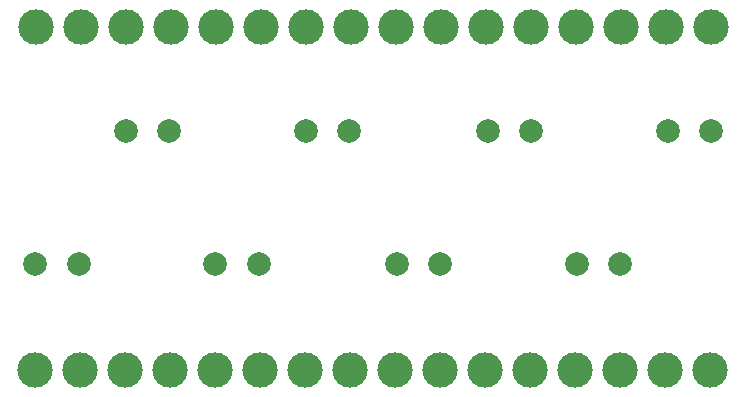
<source format=gbr>
%TF.GenerationSoftware,KiCad,Pcbnew,(5.1.9)-1*%
%TF.CreationDate,2021-10-12T17:07:07+02:00*%
%TF.ProjectId,SolenoidInterconnect,536f6c65-6e6f-4696-9449-6e746572636f,rev?*%
%TF.SameCoordinates,Original*%
%TF.FileFunction,Copper,L2,Bot*%
%TF.FilePolarity,Positive*%
%FSLAX46Y46*%
G04 Gerber Fmt 4.6, Leading zero omitted, Abs format (unit mm)*
G04 Created by KiCad (PCBNEW (5.1.9)-1) date 2021-10-12 17:07:07*
%MOMM*%
%LPD*%
G01*
G04 APERTURE LIST*
%TA.AperFunction,ComponentPad*%
%ADD10C,2.000000*%
%TD*%
%TA.AperFunction,ComponentPad*%
%ADD11C,3.000000*%
%TD*%
G04 APERTURE END LIST*
D10*
%TO.P,J1,1*%
%TO.N,/S1_1*%
X102779000Y-101979001D03*
%TO.P,J1,2*%
%TO.N,/S1_2*%
X106429005Y-101979001D03*
%TD*%
%TO.P,J2,2*%
%TO.N,/S2_2*%
X114061005Y-90709001D03*
%TO.P,J2,1*%
%TO.N,/S2_1*%
X110411000Y-90709001D03*
%TD*%
%TO.P,J3,1*%
%TO.N,/S3_1*%
X118019000Y-101979001D03*
%TO.P,J3,2*%
%TO.N,/S3_2*%
X121669005Y-101979001D03*
%TD*%
%TO.P,J4,2*%
%TO.N,/S4_2*%
X129301005Y-90709001D03*
%TO.P,J4,1*%
%TO.N,/S4_1*%
X125651000Y-90709001D03*
%TD*%
%TO.P,J6,1*%
%TO.N,/S5_1*%
X133418995Y-101979001D03*
%TO.P,J6,2*%
%TO.N,/S5_2*%
X137069000Y-101979001D03*
%TD*%
D11*
%TO.P,J7,1*%
%TO.N,/S1_1*%
X102779000Y-110949000D03*
%TO.P,J7,2*%
%TO.N,/S1_2*%
X106589000Y-110949000D03*
%TO.P,J7,3*%
%TO.N,/S2_1*%
X110399001Y-110949000D03*
%TO.P,J7,4*%
%TO.N,/S2_2*%
X114209001Y-110949000D03*
%TO.P,J7,5*%
%TO.N,/S3_1*%
X118019000Y-110949000D03*
%TO.P,J7,6*%
%TO.N,/S3_2*%
X121829000Y-110949000D03*
%TO.P,J7,7*%
%TO.N,/S4_1*%
X125638999Y-110949000D03*
%TO.P,J7,8*%
%TO.N,/S4_2*%
X129449000Y-110949000D03*
%TO.P,J7,9*%
%TO.N,/S5_1*%
X133258999Y-110949000D03*
%TO.P,J7,10*%
%TO.N,/S5_2*%
X137069000Y-110949000D03*
%TO.P,J7,11*%
%TO.N,/S6_1*%
X140878999Y-110949000D03*
%TO.P,J7,12*%
%TO.N,/S6_2*%
X144689000Y-110949000D03*
%TO.P,J7,13*%
%TO.N,/S7_1*%
X148499000Y-110949000D03*
%TO.P,J7,14*%
%TO.N,/S7_2*%
X152309000Y-110949000D03*
%TO.P,J7,15*%
%TO.N,/S8_1*%
X156119000Y-110949000D03*
%TO.P,J7,16*%
%TO.N,/S8_2*%
X159929000Y-110949000D03*
%TD*%
D10*
%TO.P,J8,2*%
%TO.N,/S6_2*%
X144701000Y-90709001D03*
%TO.P,J8,1*%
%TO.N,/S6_1*%
X141050995Y-90709001D03*
%TD*%
%TO.P,J9,1*%
%TO.N,/S7_1*%
X148658995Y-101979001D03*
%TO.P,J9,2*%
%TO.N,/S7_2*%
X152309000Y-101979001D03*
%TD*%
%TO.P,J10,2*%
%TO.N,/S8_2*%
X159941000Y-90709001D03*
%TO.P,J10,1*%
%TO.N,/S8_1*%
X156290995Y-90709001D03*
%TD*%
D11*
%TO.P,J5,1*%
%TO.N,/S8_2*%
X159941000Y-81921000D03*
%TO.P,J5,2*%
%TO.N,/S8_1*%
X156131000Y-81921000D03*
%TO.P,J5,3*%
%TO.N,/S7_2*%
X152320999Y-81921000D03*
%TO.P,J5,4*%
%TO.N,/S7_1*%
X148510999Y-81921000D03*
%TO.P,J5,5*%
%TO.N,/S6_2*%
X144701000Y-81921000D03*
%TO.P,J5,6*%
%TO.N,/S6_1*%
X140891000Y-81921000D03*
%TO.P,J5,7*%
%TO.N,/S5_2*%
X137081001Y-81921000D03*
%TO.P,J5,8*%
%TO.N,/S5_1*%
X133271000Y-81921000D03*
%TO.P,J5,9*%
%TO.N,/S4_2*%
X129461001Y-81921000D03*
%TO.P,J5,10*%
%TO.N,/S4_1*%
X125651000Y-81921000D03*
%TO.P,J5,11*%
%TO.N,/S3_2*%
X121841001Y-81921000D03*
%TO.P,J5,12*%
%TO.N,/S3_1*%
X118031000Y-81921000D03*
%TO.P,J5,13*%
%TO.N,/S2_2*%
X114221000Y-81921000D03*
%TO.P,J5,14*%
%TO.N,/S2_1*%
X110411000Y-81921000D03*
%TO.P,J5,15*%
%TO.N,/S1_2*%
X106601000Y-81921000D03*
%TO.P,J5,16*%
%TO.N,/S1_1*%
X102791000Y-81921000D03*
%TD*%
M02*

</source>
